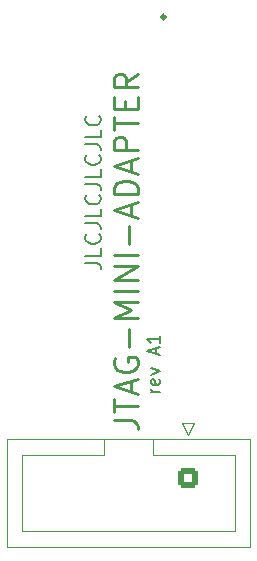
<source format=gbr>
G04 #@! TF.GenerationSoftware,KiCad,Pcbnew,(6.0.2-0)*
G04 #@! TF.CreationDate,2022-06-21T16:49:53+02:00*
G04 #@! TF.ProjectId,JTAG-MINI-ADAPTER,4a544147-2d4d-4494-9e49-2d4144415054,A1*
G04 #@! TF.SameCoordinates,Original*
G04 #@! TF.FileFunction,Legend,Top*
G04 #@! TF.FilePolarity,Positive*
%FSLAX46Y46*%
G04 Gerber Fmt 4.6, Leading zero omitted, Abs format (unit mm)*
G04 Created by KiCad (PCBNEW (6.0.2-0)) date 2022-06-21 16:49:53*
%MOMM*%
%LPD*%
G01*
G04 APERTURE LIST*
G04 Aperture macros list*
%AMRoundRect*
0 Rectangle with rounded corners*
0 $1 Rounding radius*
0 $2 $3 $4 $5 $6 $7 $8 $9 X,Y pos of 4 corners*
0 Add a 4 corners polygon primitive as box body*
4,1,4,$2,$3,$4,$5,$6,$7,$8,$9,$2,$3,0*
0 Add four circle primitives for the rounded corners*
1,1,$1+$1,$2,$3*
1,1,$1+$1,$4,$5*
1,1,$1+$1,$6,$7*
1,1,$1+$1,$8,$9*
0 Add four rect primitives between the rounded corners*
20,1,$1+$1,$2,$3,$4,$5,0*
20,1,$1+$1,$4,$5,$6,$7,0*
20,1,$1+$1,$6,$7,$8,$9,0*
20,1,$1+$1,$8,$9,$2,$3,0*%
G04 Aperture macros list end*
%ADD10C,0.300000*%
%ADD11C,0.250000*%
%ADD12C,0.154000*%
%ADD13C,0.180000*%
%ADD14C,0.120000*%
%ADD15RoundRect,0.250000X-0.600000X0.600000X-0.600000X-0.600000X0.600000X-0.600000X0.600000X0.600000X0*%
%ADD16C,1.700000*%
%ADD17R,1.000000X1.000000*%
%ADD18O,1.000000X1.000000*%
G04 APERTURE END LIST*
D10*
X107541421Y-97800000D02*
G75*
G03*
X107541421Y-97800000I-141421J0D01*
G01*
D11*
X103204761Y-131933333D02*
X104633333Y-131933333D01*
X104919047Y-132028571D01*
X105109523Y-132219047D01*
X105204761Y-132504761D01*
X105204761Y-132695238D01*
X103204761Y-131266666D02*
X103204761Y-130123809D01*
X105204761Y-130695238D02*
X103204761Y-130695238D01*
X104633333Y-129552380D02*
X104633333Y-128600000D01*
X105204761Y-129742857D02*
X103204761Y-129076190D01*
X105204761Y-128409523D01*
X103300000Y-126695238D02*
X103204761Y-126885714D01*
X103204761Y-127171428D01*
X103300000Y-127457142D01*
X103490476Y-127647619D01*
X103680952Y-127742857D01*
X104061904Y-127838095D01*
X104347619Y-127838095D01*
X104728571Y-127742857D01*
X104919047Y-127647619D01*
X105109523Y-127457142D01*
X105204761Y-127171428D01*
X105204761Y-126980952D01*
X105109523Y-126695238D01*
X105014285Y-126600000D01*
X104347619Y-126600000D01*
X104347619Y-126980952D01*
X104442857Y-125742857D02*
X104442857Y-124219047D01*
X105204761Y-123266666D02*
X103204761Y-123266666D01*
X104633333Y-122600000D01*
X103204761Y-121933333D01*
X105204761Y-121933333D01*
X105204761Y-120980952D02*
X103204761Y-120980952D01*
X105204761Y-120028571D02*
X103204761Y-120028571D01*
X105204761Y-118885714D01*
X103204761Y-118885714D01*
X105204761Y-117933333D02*
X103204761Y-117933333D01*
X104442857Y-116980952D02*
X104442857Y-115457142D01*
X104633333Y-114600000D02*
X104633333Y-113647619D01*
X105204761Y-114790476D02*
X103204761Y-114123809D01*
X105204761Y-113457142D01*
X105204761Y-112790476D02*
X103204761Y-112790476D01*
X103204761Y-112314285D01*
X103300000Y-112028571D01*
X103490476Y-111838095D01*
X103680952Y-111742857D01*
X104061904Y-111647619D01*
X104347619Y-111647619D01*
X104728571Y-111742857D01*
X104919047Y-111838095D01*
X105109523Y-112028571D01*
X105204761Y-112314285D01*
X105204761Y-112790476D01*
X104633333Y-110885714D02*
X104633333Y-109933333D01*
X105204761Y-111076190D02*
X103204761Y-110409523D01*
X105204761Y-109742857D01*
X105204761Y-109076190D02*
X103204761Y-109076190D01*
X103204761Y-108314285D01*
X103300000Y-108123809D01*
X103395238Y-108028571D01*
X103585714Y-107933333D01*
X103871428Y-107933333D01*
X104061904Y-108028571D01*
X104157142Y-108123809D01*
X104252380Y-108314285D01*
X104252380Y-109076190D01*
X103204761Y-107361904D02*
X103204761Y-106219047D01*
X105204761Y-106790476D02*
X103204761Y-106790476D01*
X104157142Y-105552380D02*
X104157142Y-104885714D01*
X105204761Y-104600000D02*
X105204761Y-105552380D01*
X103204761Y-105552380D01*
X103204761Y-104600000D01*
X105204761Y-102600000D02*
X104252380Y-103266666D01*
X105204761Y-103742857D02*
X103204761Y-103742857D01*
X103204761Y-102980952D01*
X103300000Y-102790476D01*
X103395238Y-102695238D01*
X103585714Y-102600000D01*
X103871428Y-102600000D01*
X104061904Y-102695238D01*
X104157142Y-102790476D01*
X104252380Y-102980952D01*
X104252380Y-103742857D01*
D12*
X107097619Y-129583333D02*
X106364285Y-129583333D01*
X106573809Y-129583333D02*
X106469047Y-129530952D01*
X106416666Y-129478571D01*
X106364285Y-129373809D01*
X106364285Y-129269047D01*
X107045238Y-128483333D02*
X107097619Y-128588095D01*
X107097619Y-128797619D01*
X107045238Y-128902380D01*
X106940476Y-128954761D01*
X106521428Y-128954761D01*
X106416666Y-128902380D01*
X106364285Y-128797619D01*
X106364285Y-128588095D01*
X106416666Y-128483333D01*
X106521428Y-128430952D01*
X106626190Y-128430952D01*
X106730952Y-128954761D01*
X106364285Y-128064285D02*
X107097619Y-127802380D01*
X106364285Y-127540476D01*
X106783333Y-126335714D02*
X106783333Y-125811904D01*
X107097619Y-126440476D02*
X105997619Y-126073809D01*
X107097619Y-125707142D01*
X107097619Y-124764285D02*
X107097619Y-125392857D01*
X107097619Y-125078571D02*
X105997619Y-125078571D01*
X106154761Y-125183333D01*
X106259523Y-125288095D01*
X106311904Y-125392857D01*
D13*
X100788095Y-118604761D02*
X101716666Y-118604761D01*
X101902380Y-118666666D01*
X102026190Y-118790476D01*
X102088095Y-118976190D01*
X102088095Y-119100000D01*
X102088095Y-117366666D02*
X102088095Y-117985714D01*
X100788095Y-117985714D01*
X101964285Y-116190476D02*
X102026190Y-116252380D01*
X102088095Y-116438095D01*
X102088095Y-116561904D01*
X102026190Y-116747619D01*
X101902380Y-116871428D01*
X101778571Y-116933333D01*
X101530952Y-116995238D01*
X101345238Y-116995238D01*
X101097619Y-116933333D01*
X100973809Y-116871428D01*
X100850000Y-116747619D01*
X100788095Y-116561904D01*
X100788095Y-116438095D01*
X100850000Y-116252380D01*
X100911904Y-116190476D01*
X100788095Y-115261904D02*
X101716666Y-115261904D01*
X101902380Y-115323809D01*
X102026190Y-115447619D01*
X102088095Y-115633333D01*
X102088095Y-115757142D01*
X102088095Y-114023809D02*
X102088095Y-114642857D01*
X100788095Y-114642857D01*
X101964285Y-112847619D02*
X102026190Y-112909523D01*
X102088095Y-113095238D01*
X102088095Y-113219047D01*
X102026190Y-113404761D01*
X101902380Y-113528571D01*
X101778571Y-113590476D01*
X101530952Y-113652380D01*
X101345238Y-113652380D01*
X101097619Y-113590476D01*
X100973809Y-113528571D01*
X100850000Y-113404761D01*
X100788095Y-113219047D01*
X100788095Y-113095238D01*
X100850000Y-112909523D01*
X100911904Y-112847619D01*
X100788095Y-111919047D02*
X101716666Y-111919047D01*
X101902380Y-111980952D01*
X102026190Y-112104761D01*
X102088095Y-112290476D01*
X102088095Y-112414285D01*
X102088095Y-110680952D02*
X102088095Y-111300000D01*
X100788095Y-111300000D01*
X101964285Y-109504761D02*
X102026190Y-109566666D01*
X102088095Y-109752380D01*
X102088095Y-109876190D01*
X102026190Y-110061904D01*
X101902380Y-110185714D01*
X101778571Y-110247619D01*
X101530952Y-110309523D01*
X101345238Y-110309523D01*
X101097619Y-110247619D01*
X100973809Y-110185714D01*
X100850000Y-110061904D01*
X100788095Y-109876190D01*
X100788095Y-109752380D01*
X100850000Y-109566666D01*
X100911904Y-109504761D01*
X100788095Y-108576190D02*
X101716666Y-108576190D01*
X101902380Y-108638095D01*
X102026190Y-108761904D01*
X102088095Y-108947619D01*
X102088095Y-109071428D01*
X102088095Y-107338095D02*
X102088095Y-107957142D01*
X100788095Y-107957142D01*
X101964285Y-106161904D02*
X102026190Y-106223809D01*
X102088095Y-106409523D01*
X102088095Y-106533333D01*
X102026190Y-106719047D01*
X101902380Y-106842857D01*
X101778571Y-106904761D01*
X101530952Y-106966666D01*
X101345238Y-106966666D01*
X101097619Y-106904761D01*
X100973809Y-106842857D01*
X100850000Y-106719047D01*
X100788095Y-106533333D01*
X100788095Y-106409523D01*
X100850000Y-106223809D01*
X100911904Y-106161904D01*
D14*
G04 #@! TO.C,J12*
X114710000Y-133540000D02*
X114710000Y-142660000D01*
X106470000Y-133540000D02*
X106470000Y-134850000D01*
X95430000Y-141350000D02*
X95430000Y-134850000D01*
X113410000Y-134850000D02*
X113410000Y-141350000D01*
X109000000Y-132150000D02*
X109500000Y-133150000D01*
X109500000Y-133150000D02*
X110000000Y-132150000D01*
X113410000Y-141350000D02*
X95430000Y-141350000D01*
X102370000Y-134850000D02*
X102370000Y-133540000D01*
X95430000Y-134850000D02*
X102370000Y-134850000D01*
X110000000Y-132150000D02*
X109000000Y-132150000D01*
X106470000Y-134850000D02*
X113410000Y-134850000D01*
X102370000Y-134850000D02*
X102370000Y-134850000D01*
X94130000Y-142660000D02*
X94130000Y-133540000D01*
X114710000Y-142660000D02*
X94130000Y-142660000D01*
X94130000Y-133540000D02*
X114710000Y-133540000D01*
G04 #@! TD*
%LPC*%
D15*
G04 #@! TO.C,J12*
X109500000Y-136830000D03*
D16*
X109500000Y-139370000D03*
X106960000Y-136830000D03*
X106960000Y-139370000D03*
X104420000Y-136830000D03*
X104420000Y-139370000D03*
X101880000Y-139370000D03*
X99340000Y-136830000D03*
X99340000Y-139370000D03*
G04 #@! TD*
D17*
G04 #@! TO.C,J1*
X106580000Y-98730000D03*
D18*
X106580000Y-100000000D03*
X105310000Y-98730000D03*
X105310000Y-100000000D03*
X104040000Y-98730000D03*
X104040000Y-100000000D03*
X102770000Y-98730000D03*
X102770000Y-100000000D03*
X101500000Y-98730000D03*
X101500000Y-100000000D03*
G04 #@! TD*
M02*

</source>
